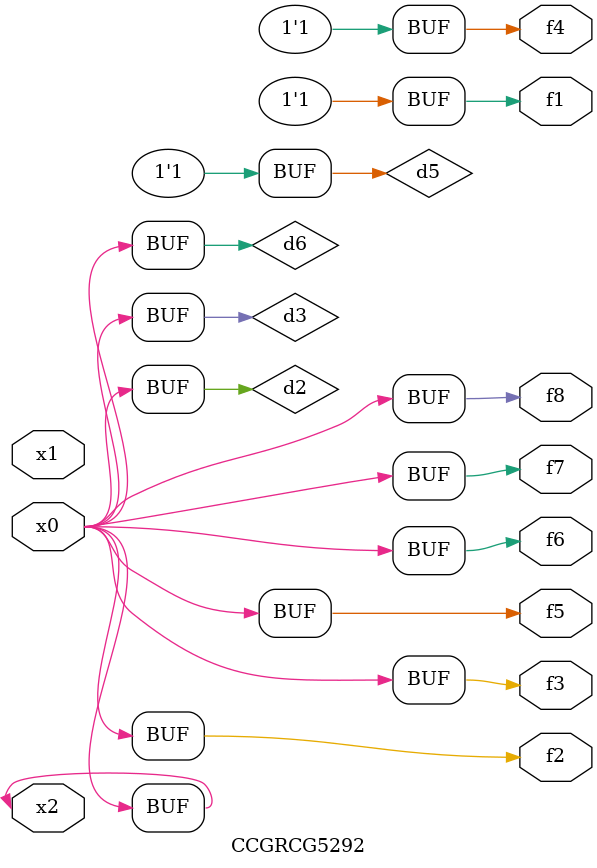
<source format=v>
module CCGRCG5292(
	input x0, x1, x2,
	output f1, f2, f3, f4, f5, f6, f7, f8
);

	wire d1, d2, d3, d4, d5, d6;

	xnor (d1, x2);
	buf (d2, x0, x2);
	and (d3, x0);
	xnor (d4, x1, x2);
	nand (d5, d1, d3);
	buf (d6, d2, d3);
	assign f1 = d5;
	assign f2 = d6;
	assign f3 = d6;
	assign f4 = d5;
	assign f5 = d6;
	assign f6 = d6;
	assign f7 = d6;
	assign f8 = d6;
endmodule

</source>
